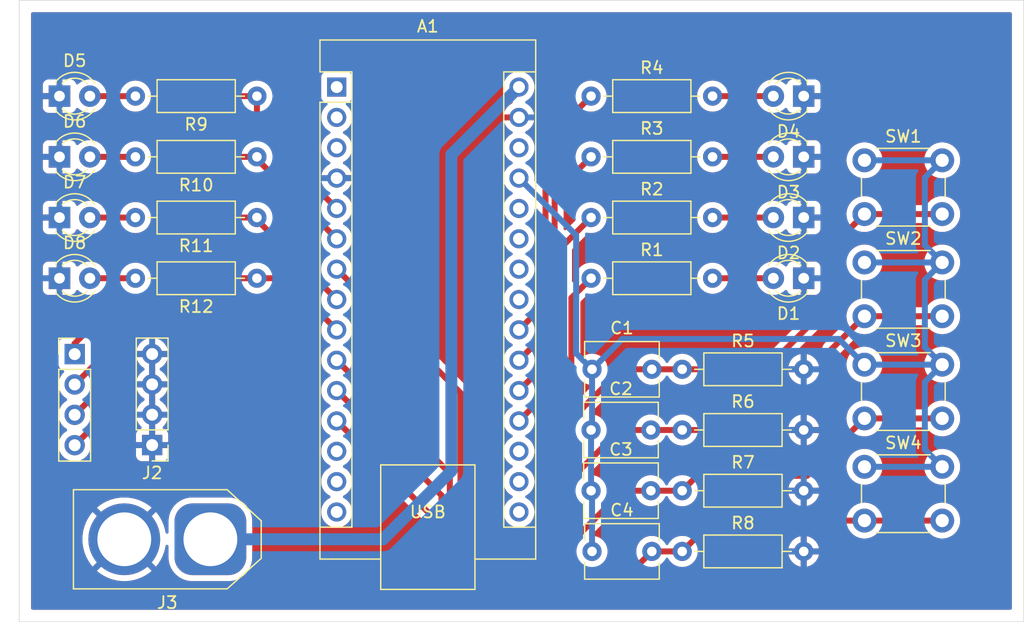
<source format=kicad_pcb>
(kicad_pcb (version 20240108) (generator "pcbnew") (generator_version "8.0")
  (layers (0 "F.Cu" signal) (31 "B.Cu" signal) (34 "B.Paste" user) (35 "F.Paste" user) (36 "B.SilkS" user "B.Silkscreen") (37 "F.SilkS" user "F.Silkscreen") (38 "B.Mask" user) (39 "F.Mask" user) (44 "Edge.Cuts" user))
  (net 0 "")
  (net 2 "GND")
  (net 4 "PWM-1")
  (net 8 "PWM-4")
  (net 9 "Net-(A1-A2)")
  (net 14 "Net-(A1-A3)")
  (net 16 "SW-1")
  (net 17 "SW-2")
  (net 19 "SW-3")
  (net 20 "PWM-3")
  (net 21 "PWM-2")
  (net 22 "+5V")
  (net 24 "+BATT")
  (net 26 "Net-(A1-A1)")
  (net 28 "SW-4")
  (net 29 "Net-(A1-A0)")
  (net 30 "Net-(D1-A)")
  (net 31 "Net-(D2-A)")
  (net 32 "Net-(D3-A)")
  (net 33 "Net-(D4-A)")
  (net 34 "Net-(D5-A)")
  (net 35 "Net-(D6-A)")
  (net 36 "Net-(D7-A)")
  (net 37 "Net-(D8-A)")
  (footprint "Connector_AMASS:AMASS_XT60-M_1x02_P7.20mm_Vertical" (layer "F.Cu") (at 51.987 70.104 180)
    (property "Reference" "J3" (at 3.6 -5.3 180) (layer "F.SilkS"))
    (property "Value" "Conn_01x02_Pin")
    (fp_line (start 11.45 4.15) (end 11.45 -4.15) (stroke (width 0.12)) (layer "F.SilkS"))
    (fp_line (start 11.45 -4.15) (end -1.4 -4.15) (stroke (width 0.12)) (layer "F.SilkS"))
    (fp_line (start -1.4 4.15) (end 11.45 4.15) (stroke (width 0.12)) (layer "F.SilkS"))
    (fp_line (start -1.4 -4.15) (end -4.25 -1.6) (stroke (width 0.12)) (layer "F.SilkS"))
    (fp_line (start -4.25 1.55) (end -1.4 4.15) (stroke (width 0.12)) (layer "F.SilkS"))
    (fp_line (start -4.25 -1.6) (end -4.25 1.55) (stroke (width 0.12)) (layer "F.SilkS"))
    (pad "1" thru_hole roundrect (at 0 0 180) (size 6 6) (drill 4.5) (layers "*.Cu" "*.Mask") (net 24 "+BATT"))
    (pad "2" thru_hole circle (at 7.2 0 180) (size 6 6) (drill 4.5) (layers "*.Cu" "*.Mask") (net 2 "GND"))
  )
  (footprint "LED_THT:LED_D3.0mm" (layer "F.Cu") (at 39.37 38.1)
    (property "Reference" "D6" (at 1.27 -2.96 360) (layer "F.SilkS"))
    (property "Value" "LED")
    (fp_line (start -0.29 -1.236) (end -0.29 -1.08) (stroke (width 0.12)) (layer "F.SilkS"))
    (fp_line (start -0.29 1.08) (end -0.29 1.236) (stroke (width 0.12)) (layer "F.SilkS"))
    (fp_arc (start -0.29 -1.235516) (mid 1.366487 -1.987659) (end 2.942335 -1.078608) (stroke (width 0.12)) (layer "F.SilkS"))
    (fp_arc (start 0.229039 -1.08) (mid 1.270117 -1.5) (end 2.31113 -1.079837) (stroke (width 0.12)) (layer "F.SilkS"))
    (fp_arc (start 2.31113 1.079837) (mid 1.270117 1.5) (end 0.229039 1.08) (stroke (width 0.12)) (layer "F.SilkS"))
    (fp_arc (start 2.942335 1.078608) (mid 1.366487 1.987659) (end -0.29 1.235516) (stroke (width 0.12)) (layer "F.SilkS"))
    (pad "1" thru_hole rect (at 0 0) (size 1.8 1.8) (drill 0.9) (layers "*.Cu" "*.Mask") (net 2 "GND"))
    (pad "2" thru_hole circle (at 2.54 0) (size 1.8 1.8) (drill 0.9) (layers "*.Cu" "*.Mask") (net 35 "Net-(D6-A)"))
  )
  (footprint "Capacitor_THT:C_Disc_D6.0mm_W4.4mm_P5.00mm" (layer "F.Cu") (at 83.9 55.88)
    (property "Reference" "C1" (at 2.5 -3.45 0) (layer "F.SilkS"))
    (property "Value" "C")
    (fp_line (start -0.62 -2.321) (end -0.62 -0.925) (stroke (width 0.12)) (layer "F.SilkS"))
    (fp_line (start -0.62 -2.321) (end 5.62 -2.321) (stroke (width 0.12)) (layer "F.SilkS"))
    (fp_line (start -0.62 0.925) (end -0.62 2.321) (stroke (width 0.12)) (layer "F.SilkS"))
    (fp_line (start -0.62 2.321) (end 5.62 2.321) (stroke (width 0.12)) (layer "F.SilkS"))
    (fp_line (start 5.62 -2.321) (end 5.62 -0.925) (stroke (width 0.12)) (layer "F.SilkS"))
    (fp_line (start 5.62 0.925) (end 5.62 2.321) (stroke (width 0.12)) (layer "F.SilkS"))
    (pad "1" thru_hole circle (at 0 0) (size 1.6 1.6) (drill 0.8) (layers "*.Cu" "*.Mask") (net 22 "+5V"))
    (pad "2" thru_hole circle (at 5 0) (size 1.6 1.6) (drill 0.8) (layers "*.Cu" "*.Mask") (net 16 "SW-1"))
  )
  (footprint "Capacitor_THT:C_Disc_D6.0mm_W4.4mm_P5.00mm" (layer "F.Cu") (at 83.9 71.12)
    (property "Reference" "C4" (at 2.5 -3.45 0) (layer "F.SilkS"))
    (property "Value" "C")
    (fp_line (start -0.62 -2.321) (end -0.62 -0.925) (stroke (width 0.12)) (layer "F.SilkS"))
    (fp_line (start -0.62 -2.321) (end 5.62 -2.321) (stroke (width 0.12)) (layer "F.SilkS"))
    (fp_line (start -0.62 0.925) (end -0.62 2.321) (stroke (width 0.12)) (layer "F.SilkS"))
    (fp_line (start -0.62 2.321) (end 5.62 2.321) (stroke (width 0.12)) (layer "F.SilkS"))
    (fp_line (start 5.62 -2.321) (end 5.62 -0.925) (stroke (width 0.12)) (layer "F.SilkS"))
    (fp_line (start 5.62 0.925) (end 5.62 2.321) (stroke (width 0.12)) (layer "F.SilkS"))
    (pad "1" thru_hole circle (at 0 0) (size 1.6 1.6) (drill 0.8) (layers "*.Cu" "*.Mask") (net 22 "+5V"))
    (pad "2" thru_hole circle (at 5 0) (size 1.6 1.6) (drill 0.8) (layers "*.Cu" "*.Mask") (net 28 "SW-4"))
  )
  (footprint "LED_THT:LED_D3.0mm" (layer "F.Cu") (at 39.37 33.02)
    (property "Reference" "D5" (at 1.27 -2.96 360) (layer "F.SilkS"))
    (property "Value" "LED")
    (fp_line (start -0.29 -1.236) (end -0.29 -1.08) (stroke (width 0.12)) (layer "F.SilkS"))
    (fp_line (start -0.29 1.08) (end -0.29 1.236) (stroke (width 0.12)) (layer "F.SilkS"))
    (fp_arc (start -0.29 -1.235516) (mid 1.366487 -1.987659) (end 2.942335 -1.078608) (stroke (width 0.12)) (layer "F.SilkS"))
    (fp_arc (start 0.229039 -1.08) (mid 1.270117 -1.5) (end 2.31113 -1.079837) (stroke (width 0.12)) (layer "F.SilkS"))
    (fp_arc (start 2.31113 1.079837) (mid 1.270117 1.5) (end 0.229039 1.08) (stroke (width 0.12)) (layer "F.SilkS"))
    (fp_arc (start 2.942335 1.078608) (mid 1.366487 1.987659) (end -0.29 1.235516) (stroke (width 0.12)) (layer "F.SilkS"))
    (pad "1" thru_hole rect (at 0 0) (size 1.8 1.8) (drill 0.9) (layers "*.Cu" "*.Mask") (net 2 "GND"))
    (pad "2" thru_hole circle (at 2.54 0) (size 1.8 1.8) (drill 0.9) (layers "*.Cu" "*.Mask") (net 34 "Net-(D5-A)"))
  )
  (footprint "Button_Switch_THT:SW_PUSH_6mm" (layer "F.Cu") (at 106.68 46.94)
    (property "Reference" "SW2" (at 3.25 -2 0) (layer "F.SilkS"))
    (property "Value" "SW_Push")
    (fp_line (start -0.25 1.5) (end -0.25 3) (stroke (width 0.12)) (layer "F.SilkS"))
    (fp_line (start 1 5.5) (end 5.5 5.5) (stroke (width 0.12)) (layer "F.SilkS"))
    (fp_line (start 5.5 -1) (end 1 -1) (stroke (width 0.12)) (layer "F.SilkS"))
    (fp_line (start 6.75 3) (end 6.75 1.5) (stroke (width 0.12)) (layer "F.SilkS"))
    (pad "1" thru_hole circle (at 0 0 90) (size 2 2) (drill 1.1) (layers "*.Cu" "*.Mask") (net 22 "+5V"))
    (pad "1" thru_hole circle (at 6.5 0 90) (size 2 2) (drill 1.1) (layers "*.Cu" "*.Mask") (net 22 "+5V"))
    (pad "2" thru_hole circle (at 0 4.5 90) (size 2 2) (drill 1.1) (layers "*.Cu" "*.Mask") (net 17 "SW-2"))
    (pad "2" thru_hole circle (at 6.5 4.5 90) (size 2 2) (drill 1.1) (layers "*.Cu" "*.Mask") (net 17 "SW-2"))
  )
  (footprint "Resistor_THT:R_Axial_DIN0207_L6.3mm_D2.5mm_P10.16mm_Horizontal" (layer "F.Cu") (at 91.44 66.04)
    (property "Reference" "R7" (at 5.08 -2.37 0) (layer "F.SilkS"))
    (property "Value" "R")
    (fp_line (start 1.04 0) (end 1.81 0) (stroke (width 0.12)) (layer "F.SilkS"))
    (fp_line (start 1.81 -1.37) (end 1.81 1.37) (stroke (width 0.12)) (layer "F.SilkS"))
    (fp_line (start 1.81 1.37) (end 8.35 1.37) (stroke (width 0.12)) (layer "F.SilkS"))
    (fp_line (start 8.35 -1.37) (end 1.81 -1.37) (stroke (width 0.12)) (layer "F.SilkS"))
    (fp_line (start 8.35 1.37) (end 8.35 -1.37) (stroke (width 0.12)) (layer "F.SilkS"))
    (fp_line (start 9.12 0) (end 8.35 0) (stroke (width 0.12)) (layer "F.SilkS"))
    (pad "1" thru_hole circle (at 0 0) (size 1.6 1.6) (drill 0.8) (layers "*.Cu" "*.Mask") (net 19 "SW-3"))
    (pad "2" thru_hole oval (at 10.16 0) (size 1.6 1.6) (drill 0.8) (layers "*.Cu" "*.Mask") (net 2 "GND"))
  )
  (footprint "Button_Switch_THT:SW_PUSH_6mm" (layer "F.Cu") (at 106.68 38.39)
    (property "Reference" "SW1" (at 3.25 -2 0) (layer "F.SilkS"))
    (property "Value" "SW_Push")
    (fp_line (start -0.25 1.5) (end -0.25 3) (stroke (width 0.12)) (layer "F.SilkS"))
    (fp_line (start 1 5.5) (end 5.5 5.5) (stroke (width 0.12)) (layer "F.SilkS"))
    (fp_line (start 5.5 -1) (end 1 -1) (stroke (width 0.12)) (layer "F.SilkS"))
    (fp_line (start 6.75 3) (end 6.75 1.5) (stroke (width 0.12)) (layer "F.SilkS"))
    (pad "1" thru_hole circle (at 0 0 90) (size 2 2) (drill 1.1) (layers "*.Cu" "*.Mask") (net 22 "+5V"))
    (pad "1" thru_hole circle (at 6.5 0 90) (size 2 2) (drill 1.1) (layers "*.Cu" "*.Mask") (net 22 "+5V"))
    (pad "2" thru_hole circle (at 0 4.5 90) (size 2 2) (drill 1.1) (layers "*.Cu" "*.Mask") (net 16 "SW-1"))
    (pad "2" thru_hole circle (at 6.5 4.5 90) (size 2 2) (drill 1.1) (layers "*.Cu" "*.Mask") (net 16 "SW-1"))
  )
  (footprint "Resistor_THT:R_Axial_DIN0207_L6.3mm_D2.5mm_P10.16mm_Horizontal" (layer "F.Cu") (at 55.88 33.02 180)
    (property "Reference" "R9" (at 5.08 -2.37 180) (layer "F.SilkS"))
    (property "Value" "R")
    (fp_line (start 9.12 0) (end 8.35 0) (stroke (width 0.12)) (layer "F.SilkS"))
    (fp_line (start 8.35 1.37) (end 8.35 -1.37) (stroke (width 0.12)) (layer "F.SilkS"))
    (fp_line (start 8.35 -1.37) (end 1.81 -1.37) (stroke (width 0.12)) (layer "F.SilkS"))
    (fp_line (start 1.81 1.37) (end 8.35 1.37) (stroke (width 0.12)) (layer "F.SilkS"))
    (fp_line (start 1.81 -1.37) (end 1.81 1.37) (stroke (width 0.12)) (layer "F.SilkS"))
    (fp_line (start 1.04 0) (end 1.81 0) (stroke (width 0.12)) (layer "F.SilkS"))
    (pad "1" thru_hole circle (at 0 0 180) (size 1.6 1.6) (drill 0.8) (layers "*.Cu" "*.Mask") (net 4 "PWM-1"))
    (pad "2" thru_hole oval (at 10.16 0 180) (size 1.6 1.6) (drill 0.8) (layers "*.Cu" "*.Mask") (net 34 "Net-(D5-A)"))
  )
  (footprint "Resistor_THT:R_Axial_DIN0207_L6.3mm_D2.5mm_P10.16mm_Horizontal" (layer "F.Cu") (at 55.88 43.18 180)
    (property "Reference" "R11" (at 5.08 -2.37 180) (layer "F.SilkS"))
    (property "Value" "R")
    (fp_line (start 9.12 0) (end 8.35 0) (stroke (width 0.12)) (layer "F.SilkS"))
    (fp_line (start 8.35 1.37) (end 8.35 -1.37) (stroke (width 0.12)) (layer "F.SilkS"))
    (fp_line (start 8.35 -1.37) (end 1.81 -1.37) (stroke (width 0.12)) (layer "F.SilkS"))
    (fp_line (start 1.81 1.37) (end 8.35 1.37) (stroke (width 0.12)) (layer "F.SilkS"))
    (fp_line (start 1.81 -1.37) (end 1.81 1.37) (stroke (width 0.12)) (layer "F.SilkS"))
    (fp_line (start 1.04 0) (end 1.81 0) (stroke (width 0.12)) (layer "F.SilkS"))
    (pad "1" thru_hole circle (at 0 0 180) (size 1.6 1.6) (drill 0.8) (layers "*.Cu" "*.Mask") (net 20 "PWM-3"))
    (pad "2" thru_hole oval (at 10.16 0 180) (size 1.6 1.6) (drill 0.8) (layers "*.Cu" "*.Mask") (net 36 "Net-(D7-A)"))
  )
  (footprint "Resistor_THT:R_Axial_DIN0207_L6.3mm_D2.5mm_P10.16mm_Horizontal" (layer "F.Cu") (at 83.82 33.02)
    (property "Reference" "R4" (at 5.08 -2.37 0) (layer "F.SilkS"))
    (property "Value" "R")
    (fp_line (start 1.04 0) (end 1.81 0) (stroke (width 0.12)) (layer "F.SilkS"))
    (fp_line (start 1.81 -1.37) (end 1.81 1.37) (stroke (width 0.12)) (layer "F.SilkS"))
    (fp_line (start 1.81 1.37) (end 8.35 1.37) (stroke (width 0.12)) (layer "F.SilkS"))
    (fp_line (start 8.35 -1.37) (end 1.81 -1.37) (stroke (width 0.12)) (layer "F.SilkS"))
    (fp_line (start 8.35 1.37) (end 8.35 -1.37) (stroke (width 0.12)) (layer "F.SilkS"))
    (fp_line (start 9.12 0) (end 8.35 0) (stroke (width 0.12)) (layer "F.SilkS"))
    (pad "1" thru_hole circle (at 0 0) (size 1.6 1.6) (drill 0.8) (layers "*.Cu" "*.Mask") (net 14 "Net-(A1-A3)"))
    (pad "2" thru_hole oval (at 10.16 0) (size 1.6 1.6) (drill 0.8) (layers "*.Cu" "*.Mask") (net 33 "Net-(D4-A)"))
  )
  (footprint "Connector_PinHeader_2.54mm:PinHeader_1x04_P2.54mm_Vertical" (layer "F.Cu") (at 47.117 62.22 180)
    (property "Reference" "J2" (at 0 -2.33 180) (layer "F.SilkS"))
    (property "Value" "Conn_01x04_Pin")
    (fp_line (start 1.33 1.27) (end 1.33 8.95) (stroke (width 0.12)) (layer "F.SilkS"))
    (fp_line (start -1.33 8.95) (end 1.33 8.95) (stroke (width 0.12)) (layer "F.SilkS"))
    (fp_line (start -1.33 1.27) (end 1.33 1.27) (stroke (width 0.12)) (layer "F.SilkS"))
    (fp_line (start -1.33 1.27) (end -1.33 8.95) (stroke (width 0.12)) (layer "F.SilkS"))
    (fp_line (start -1.33 0) (end -1.33 -1.33) (stroke (width 0.12)) (layer "F.SilkS"))
    (fp_line (start -1.33 -1.33) (end 0 -1.33) (stroke (width 0.12)) (layer "F.SilkS"))
    (pad "1" thru_hole rect (at 0 0 180) (size 1.7 1.7) (drill 1) (layers "*.Cu" "*.Mask") (net 2 "GND"))
    (pad "2" thru_hole oval (at 0 2.54 180) (size 1.7 1.7) (drill 1) (layers "*.Cu" "*.Mask") (net 2 "GND"))
    (pad "3" thru_hole oval (at 0 5.08 180) (size 1.7 1.7) (drill 1) (layers "*.Cu" "*.Mask") (net 2 "GND"))
    (pad "4" thru_hole oval (at 0 7.62 180) (size 1.7 1.7) (drill 1) (layers "*.Cu" "*.Mask") (net 2 "GND"))
  )
  (footprint "Resistor_THT:R_Axial_DIN0207_L6.3mm_D2.5mm_P10.16mm_Horizontal" (layer "F.Cu") (at 91.44 71.12)
    (property "Reference" "R8" (at 5.08 -2.37 0) (layer "F.SilkS"))
    (property "Value" "R")
    (fp_line (start 1.04 0) (end 1.81 0) (stroke (width 0.12)) (layer "F.SilkS"))
    (fp_line (start 1.81 -1.37) (end 1.81 1.37) (stroke (width 0.12)) (layer "F.SilkS"))
    (fp_line (start 1.81 1.37) (end 8.35 1.37) (stroke (width 0.12)) (layer "F.SilkS"))
    (fp_line (start 8.35 -1.37) (end 1.81 -1.37) (stroke (width 0.12)) (layer "F.SilkS"))
    (fp_line (start 8.35 1.37) (end 8.35 -1.37) (stroke (width 0.12)) (layer "F.SilkS"))
    (fp_line (start 9.12 0) (end 8.35 0) (stroke (width 0.12)) (layer "F.SilkS"))
    (pad "1" thru_hole circle (at 0 0) (size 1.6 1.6) (drill 0.8) (layers "*.Cu" "*.Mask") (net 28 "SW-4"))
    (pad "2" thru_hole oval (at 10.16 0) (size 1.6 1.6) (drill 0.8) (layers "*.Cu" "*.Mask") (net 2 "GND"))
  )
  (footprint "Resistor_THT:R_Axial_DIN0207_L6.3mm_D2.5mm_P10.16mm_Horizontal" (layer "F.Cu") (at 55.88 48.26 180)
    (property "Reference" "R12" (at 5.08 -2.37 180) (layer "F.SilkS"))
    (property "Value" "R")
    (fp_line (start 9.12 0) (end 8.35 0) (stroke (width 0.12)) (layer "F.SilkS"))
    (fp_line (start 8.35 1.37) (end 8.35 -1.37) (stroke (width 0.12)) (layer "F.SilkS"))
    (fp_line (start 8.35 -1.37) (end 1.81 -1.37) (stroke (width 0.12)) (layer "F.SilkS"))
    (fp_line (start 1.81 1.37) (end 8.35 1.37) (stroke (width 0.12)) (layer "F.SilkS"))
    (fp_line (start 1.81 -1.37) (end 1.81 1.37) (stroke (width 0.12)) (layer "F.SilkS"))
    (fp_line (start 1.04 0) (end 1.81 0) (stroke (width 0.12)) (layer "F.SilkS"))
    (pad "1" thru_hole circle (at 0 0 180) (size 1.6 1.6) (drill 0.8) (layers "*.Cu" "*.Mask") (net 8 "PWM-4"))
    (pad "2" thru_hole oval (at 10.16 0 180) (size 1.6 1.6) (drill 0.8) (layers "*.Cu" "*.Mask") (net 37 "Net-(D8-A)"))
  )
  (footprint "Resistor_THT:R_Axial_DIN0207_L6.3mm_D2.5mm_P10.16mm_Horizontal" (layer "F.Cu") (at 83.82 48.26)
    (property "Reference" "R1" (at 5.08 -2.37 0) (layer "F.SilkS"))
    (property "Value" "R")
    (fp_line (start 1.04 0) (end 1.81 0) (stroke (width 0.12)) (layer "F.SilkS"))
    (fp_line (start 1.81 -1.37) (end 1.81 1.37) (stroke (width 0.12)) (layer "F.SilkS"))
    (fp_line (start 1.81 1.37) (end 8.35 1.37) (stroke (width 0.12)) (layer "F.SilkS"))
    (fp_line (start 8.35 -1.37) (end 1.81 -1.37) (stroke (width 0.12)) (layer "F.SilkS"))
    (fp_line (start 8.35 1.37) (end 8.35 -1.37) (stroke (width 0.12)) (layer "F.SilkS"))
    (fp_line (start 9.12 0) (end 8.35 0) (stroke (width 0.12)) (layer "F.SilkS"))
    (pad "1" thru_hole circle (at 0 0) (size 1.6 1.6) (drill 0.8) (layers "*.Cu" "*.Mask") (net 29 "Net-(A1-A0)"))
    (pad "2" thru_hole oval (at 10.16 0) (size 1.6 1.6) (drill 0.8) (layers "*.Cu" "*.Mask") (net 30 "Net-(D1-A)"))
  )
  (footprint "Module:Arduino_Nano" (layer "F.Cu") (at 62.55 32.26)
    (property "Reference" "A1" (at 7.62 -5.08 0) (layer "F.SilkS"))
    (property "Value" "Arduino_Nano_Every")
    (fp_line (start -1.4 -3.94) (end -1.4 -1.27) (stroke (width 0.12)) (layer "F.SilkS"))
    (fp_line (start -1.4 1.27) (end -1.4 39.5) (stroke (width 0.12)) (layer "F.SilkS"))
    (fp_line (start -1.4 39.5) (end 3.68 39.5) (stroke (width 0.12)) (layer "F.SilkS"))
    (fp_line (start 1.27 -1.27) (end -1.4 -1.27) (stroke (width 0.12)) (layer "F.SilkS"))
    (fp_line (start 1.27 1.27) (end -1.4 1.27) (stroke (width 0.12)) (layer "F.SilkS"))
    (fp_line (start 1.27 1.27) (end 1.27 -1.27) (stroke (width 0.12)) (layer "F.SilkS"))
    (fp_line (start 1.27 1.27) (end 1.27 36.83) (stroke (width 0.12)) (layer "F.SilkS"))
    (fp_line (start 1.27 36.83) (end -1.4 36.83) (stroke (width 0.12)) (layer "F.SilkS"))
    (fp_line (start 3.68 31.62) (end 11.56 31.62) (stroke (width 0.12)) (layer "F.SilkS"))
    (fp_line (start 3.68 42.04) (end 3.68 31.62) (stroke (width 0.12)) (layer "F.SilkS"))
    (fp_line (start 11.56 31.62) (end 11.56 42.04) (stroke (width 0.12)) (layer "F.SilkS"))
    (fp_line (start 11.56 42.04) (end 3.68 42.04) (stroke (width 0.12)) (layer "F.SilkS"))
    (fp_line (start 13.97 -1.27) (end 13.97 36.83) (stroke (width 0.12)) (layer "F.SilkS"))
    (fp_line (start 13.97 -1.27) (end 16.64 -1.27) (stroke (width 0.12)) (layer "F.SilkS"))
    (fp_line (start 13.97 36.83) (end 16.64 36.83) (stroke (width 0.12)) (layer "F.SilkS"))
    (fp_line (start 16.64 -3.94) (end -1.4 -3.94) (stroke (width 0.12)) (layer "F.SilkS"))
    (fp_line (start 16.64 39.5) (end 11.56 39.5) (stroke (width 0.12)) (layer "F.SilkS"))
    (fp_line (start 16.64 39.5) (end 16.64 -3.94) (stroke (width 0.12)) (layer "F.SilkS"))
    (fp_text user "USB" (at 7.62 35.56 0) (layer "F.SilkS"))
    (pad "1" thru_hole rect (at 0 0) (size 1.6 1.6) (drill 1) (layers "*.Cu" "*.Mask"))
    (pad "2" thru_hole oval (at 0 2.54) (size 1.6 1.6) (drill 1) (layers "*.Cu" "*.Mask"))
    (pad "3" thru_hole oval (at 0 5.08) (size 1.6 1.6) (drill 1) (layers "*.Cu" "*.Mask"))
    (pad "4" thru_hole oval (at 0 7.62) (size 1.6 1.6) (drill 1) (layers "*.Cu" "*.Mask") (net 2 "GND"))
    (pad "5" thru_hole oval (at 0 10.16) (size 1.6 1.6) (drill 1) (layers "*.Cu" "*.Mask") (net 4 "PWM-1"))
    (pad "6" thru_hole oval (at 0 12.7) (size 1.6 1.6) (drill 1) (layers "*.Cu" "*.Mask") (net 21 "PWM-2"))
    (pad "7" thru_hole oval (at 0 15.24) (size 1.6 1.6) (drill 1) (layers "*.Cu" "*.Mask") (net 16 "SW-1"))
    (pad "8" thru_hole oval (at 0 17.78) (size 1.6 1.6) (drill 1) (layers "*.Cu" "*.Mask") (net 20 "PWM-3"))
    (pad "9" thru_hole oval (at 0 20.32) (size 1.6 1.6) (drill 1) (layers "*.Cu" "*.Mask") (net 8 "PWM-4"))
    (pad "10" thru_hole oval (at 0 22.86) (size 1.6 1.6) (drill 1) (layers "*.Cu" "*.Mask") (net 17 "SW-2"))
    (pad "11" thru_hole oval (at 0 25.4) (size 1.6 1.6) (drill 1) (layers "*.Cu" "*.Mask") (net 19 "SW-3"))
    (pad "12" thru_hole oval (at 0 27.94) (size 1.6 1.6) (drill 1) (layers "*.Cu" "*.Mask") (net 28 "SW-4"))
    (pad "13" thru_hole oval (at 0 30.48) (size 1.6 1.6) (drill 1) (layers "*.Cu" "*.Mask"))
    (pad "14" thru_hole oval (at 0 33.02) (size 1.6 1.6) (drill 1) (layers "*.Cu" "*.Mask"))
    (pad "15" thru_hole oval (at 0 35.56) (size 1.6 1.6) (drill 1) (layers "*.Cu" "*.Mask"))
    (pad "16" thru_hole oval (at 15.24 35.56) (size 1.6 1.6) (drill 1) (layers "*.Cu" "*.Mask"))
    (pad "17" thru_hole oval (at 15.24 33.02) (size 1.6 1.6) (drill 1) (layers "*.Cu" "*.Mask"))
    (pad "18" thru_hole oval (at 15.24 30.48) (size 1.6 1.6) (drill 1) (layers "*.Cu" "*.Mask"))
    (pad "19" thru_hole oval (at 15.24 27.94) (size 1.6 1.6) (drill 1) (layers "*.Cu" "*.Mask") (net 29 "Net-(A1-A0)"))
    (pad "20" thru_hole oval (at 15.24 25.4) (size 1.6 1.6) (drill 1) (layers "*.Cu" "*.Mask") (net 26 "Net-(A1-A1)"))
    (pad "21" thru_hole oval (at 15.24 22.86) (size 1.6 1.6) (drill 1) (layers "*.Cu" "*.Mask") (net 9 "Net-(A1-A2)"))
    (pad "22" thru_hole oval (at 15.24 20.32) (size 1.6 1.6) (drill 1) (layers "*.Cu" "*.Mask") (net 14 "Net-(A1-A3)"))
    (pad "23" thru_hole oval (at 15.24 17.78) (size 1.6 1.6) (drill 1) (layers "*.Cu" "*.Mask"))
    (pad "24" thru_hole oval (at 15.24 15.24) (size 1.6 1.6) (drill 1) (layers "*.Cu" "*.Mask"))
    (pad "25" thru_hole oval (at 15.24 12.7) (size 1.6 1.6) (drill 1) (layers "*.Cu" "*.Mask"))
    (pad "26" thru_hole oval (at 15.24 10.16) (size 1.6 1.6) (drill 1) (layers "*.Cu" "*.Mask"))
    (pad "27" thru_hole oval (at 15.24 7.62) (size 1.6 1.6) (drill 1) (layers "*.Cu" "*.Mask") (net 22 "+5V"))
    (pad "28" thru_hole oval (at 15.24 5.08) (size 1.6 1.6) (drill 1) (layers "*.Cu" "*.Mask"))
    (pad "29" thru_hole oval (at 15.24 2.54) (size 1.6 1.6) (drill 1) (layers "*.Cu" "*.Mask") (net 2 "GND"))
    (pad "30" thru_hole oval (at 15.24 0) (size 1.6 1.6) (drill 1) (layers "*.Cu" "*.Mask") (net 24 "+BATT"))
  )
  (footprint "LED_THT:LED_D3.0mm" (layer "F.Cu") (at 101.6 48.26 180)
    (property "Reference" "D1" (at 1.27 -2.96 180) (layer "F.SilkS"))
    (property "Value" "LED")
    (fp_line (start -0.29 1.08) (end -0.29 1.236) (stroke (width 0.12)) (layer "F.SilkS"))
    (fp_line (start -0.29 -1.236) (end -0.29 -1.08) (stroke (width 0.12)) (layer "F.SilkS"))
    (fp_arc (start 2.942335 1.078608) (mid 1.366487 1.987659) (end -0.29 1.235516) (stroke (width 0.12)) (layer "F.SilkS"))
    (fp_arc (start 2.31113 1.079837) (mid 1.270117 1.5) (end 0.229039 1.08) (stroke (width 0.12)) (layer "F.SilkS"))
    (fp_arc (start 0.229039 -1.08) (mid 1.270117 -1.5) (end 2.31113 -1.079837) (stroke (width 0.12)) (layer "F.SilkS"))
    (fp_arc (start -0.29 -1.235516) (mid 1.366487 -1.987659) (end 2.942335 -1.078608) (stroke (width 0.12)) (layer "F.SilkS"))
    (pad "1" thru_hole rect (at 0 0 180) (size 1.8 1.8) (drill 0.9) (layers "*.Cu" "*.Mask") (net 2 "GND"))
    (pad "2" thru_hole circle (at 2.54 0 180) (size 1.8 1.8) (drill 0.9) (layers "*.Cu" "*.Mask") (net 30 "Net-(D1-A)"))
  )
  (footprint "Resistor_THT:R_Axial_DIN0207_L6.3mm_D2.5mm_P10.16mm_Horizontal" (layer "F.Cu") (at 83.82 43.18)
    (property "Reference" "R2" (at 5.08 -2.37 0) (layer "F.SilkS"))
    (property "Value" "R")
    (fp_line (start 1.04 0) (end 1.81 0) (stroke (width 0.12)) (layer "F.SilkS"))
    (fp_line (start 1.81 -1.37) (end 1.81 1.37) (stroke (width 0.12)) (layer "F.SilkS"))
    (fp_line (start 1.81 1.37) (end 8.35 1.37) (stroke (width 0.12)) (layer "F.SilkS"))
    (fp_line (start 8.35 -1.37) (end 1.81 -1.37) (stroke (width 0.12)) (layer "F.SilkS"))
    (fp_line (start 8.35 1.37) (end 8.35 -1.37) (stroke (width 0.12)) (layer "F.SilkS"))
    (fp_line (start 9.12 0) (end 8.35 0) (stroke (width 0.12)) (layer "F.SilkS"))
    (pad "1" thru_hole circle (at 0 0) (size 1.6 1.6) (drill 0.8) (layers "*.Cu" "*.Mask") (net 26 "Net-(A1-A1)"))
    (pad "2" thru_hole oval (at 10.16 0) (size 1.6 1.6) (drill 0.8) (layers "*.Cu" "*.Mask") (net 31 "Net-(D2-A)"))
  )
  (footprint "LED_THT:LED_D3.0mm" (layer "F.Cu") (at 101.6 38.1 180)
    (property "Reference" "D3" (at 1.27 -2.96 180) (layer "F.SilkS"))
    (property "Value" "LED")
    (fp_line (start -0.29 1.08) (end -0.29 1.236) (stroke (width 0.12)) (layer "F.SilkS"))
    (fp_line (start -0.29 -1.236) (end -0.29 -1.08) (stroke (width 0.12)) (layer "F.SilkS"))
    (fp_arc (start 2.942335 1.078608) (mid 1.366487 1.987659) (end -0.29 1.235516) (stroke (width 0.12)) (layer "F.SilkS"))
    (fp_arc (start 2.31113 1.079837) (mid 1.270117 1.5) (end 0.229039 1.08) (stroke (width 0.12)) (layer "F.SilkS"))
    (fp_arc (start 0.229039 -1.08) (mid 1.270117 -1.5) (end 2.31113 -1.079837) (stroke (width 0.12)) (layer "F.SilkS"))
    (fp_arc (start -0.29 -1.235516) (mid 1.366487 -1.987659) (end 2.942335 -1.078608) (stroke (width 0.12)) (layer "F.SilkS"))
    (pad "1" thru_hole rect (at 0 0 180) (size 1.8 1.8) (drill 0.9) (layers "*.Cu" "*.Mask") (net 2 "GND"))
    (pad "2" thru_hole circle (at 2.54 0 180) (size 1.8 1.8) (drill 0.9) (layers "*.Cu" "*.Mask") (net 32 "Net-(D3-A)"))
  )
  (footprint "Resistor_THT:R_Axial_DIN0207_L6.3mm_D2.5mm_P10.16mm_Horizontal" (layer "F.Cu") (at 91.44 55.88)
    (property "Reference" "R5" (at 5.08 -2.37 0) (layer "F.SilkS"))
    (property "Value" "R")
    (fp_line (start 1.04 0) (end 1.81 0) (stroke (width 0.12)) (layer "F.SilkS"))
    (fp_line (start 1.81 -1.37) (end 1.81 1.37) (stroke (width 0.12)) (layer "F.SilkS"))
    (fp_line (start 1.81 1.37) (end 8.35 1.37) (stroke (width 0.12)) (layer "F.SilkS"))
    (fp_line (start 8.35 -1.37) (end 1.81 -1.37) (stroke (width 0.12)) (layer "F.SilkS"))
    (fp_line (start 8.35 1.37) (end 8.35 -1.37) (stroke (width 0.12)) (layer "F.SilkS"))
    (fp_line (start 9.12 0) (end 8.35 0) (stroke (width 0.12)) (layer "F.SilkS"))
    (pad "1" thru_hole circle (at 0 0) (size 1.6 1.6) (drill 0.8) (layers "*.Cu" "*.Mask") (net 16 "SW-1"))
    (pad "2" thru_hole oval (at 10.16 0) (size 1.6 1.6) (drill 0.8) (layers "*.Cu" "*.Mask") (net 2 "GND"))
  )
  (footprint "Button_Switch_THT:SW_PUSH_6mm" (layer "F.Cu") (at 106.68 55.49)
    (property "Reference" "SW3" (at 3.25 -2 0) (layer "F.SilkS"))
    (property "Value" "SW_Push")
    (fp_line (start -0.25 1.5) (end -0.25 3) (stroke (width 0.12)) (layer "F.SilkS"))
    (fp_line (start 1 5.5) (end 5.5 5.5) (stroke (width 0.12)) (layer "F.SilkS"))
    (fp_line (start 5.5 -1) (end 1 -1) (stroke (width 0.12)) (layer "F.SilkS"))
    (fp_line (start 6.75 3) (end 6.75 1.5) (stroke (width 0.12)) (layer "F.SilkS"))
    (pad "1" thru_hole circle (at 0 0 90) (size 2 2) (drill 1.1) (layers "*.Cu" "*.Mask") (net 22 "+5V"))
    (pad "1" thru_hole circle (at 6.5 0 90) (size 2 2) (drill 1.1) (layers "*.Cu" "*.Mask") (net 22 "+5V"))
    (pad "2" thru_hole circle (at 0 4.5 90) (size 2 2) (drill 1.1) (layers "*.Cu" "*.Mask") (net 19 "SW-3"))
    (pad "2" thru_hole circle (at 6.5 4.5 90) (size 2 2) (drill 1.1) (layers "*.Cu" "*.Mask") (net 19 "SW-3"))
  )
  (footprint "LED_THT:LED_D3.0mm" (layer "F.Cu") (at 39.37 43.18)
    (property "Reference" "D7" (at 1.27 -2.96 360) (layer "F.SilkS"))
    (property "Value" "LED")
    (fp_line (start -0.29 -1.236) (end -0.29 -1.08) (stroke (width 0.12)) (layer "F.SilkS"))
    (fp_line (start -0.29 1.08) (end -0.29 1.236) (stroke (width 0.12)) (layer "F.SilkS"))
    (fp_arc (start -0.29 -1.235516) (mid 1.366487 -1.987659) (end 2.942335 -1.078608) (stroke (width 0.12)) (layer "F.SilkS"))
    (fp_arc (start 0.229039 -1.08) (mid 1.270117 -1.5) (end 2.31113 -1.079837) (stroke (width 0.12)) (layer "F.SilkS"))
    (fp_arc (start 2.31113 1.079837) (mid 1.270117 1.5) (end 0.229039 1.08) (stroke (width 0.12)) (layer "F.SilkS"))
    (fp_arc (start 2.942335 1.078608) (mid 1.366487 1.987659) (end -0.29 1.235516) (stroke (width 0.12)) (layer "F.SilkS"))
    (pad "1" thru_hole rect (at 0 0) (size 1.8 1.8) (drill 0.9) (layers "*.Cu" "*.Mask") (net 2 "GND"))
    (pad "2" thru_hole circle (at 2.54 0) (size 1.8 1.8) (drill 0.9) (layers "*.Cu" "*.Mask") (net 36 "Net-(D7-A)"))
  )
  (footprint "LED_THT:LED_D3.0mm" (layer "F.Cu") (at 39.37 48.26)
    (property "Reference" "D8" (at 1.27 -2.96 360) (layer "F.SilkS"))
    (property "Value" "LED")
    (fp_line (start -0.29 -1.236) (end -0.29 -1.08) (stroke (width 0.12)) (layer "F.SilkS"))
    (fp_line (start -0.29 1.08) (end -0.29 1.236) (stroke (width 0.12)) (layer "F.SilkS"))
    (fp_arc (start -0.29 -1.235516) (mid 1.366487 -1.987659) (end 2.942335 -1.078608) (stroke (width 0.12)) (layer "F.SilkS"))
    (fp_arc (start 0.229039 -1.08) (mid 1.270117 -1.5) (end 2.31113 -1.079837) (stroke (width 0.12)) (layer "F.SilkS"))
    (fp_arc (start 2.31113 1.079837) (mid 1.270117 1.5) (end 0.229039 1.08) (stroke (width 0.12)) (layer "F.SilkS"))
    (fp_arc (start 2.942335 1.078608) (mid 1.366487 1.987659) (end -0.29 1.235516) (stroke (width 0.12)) (layer "F.SilkS"))
    (pad "1" thru_hole rect (at 0 0) (size 1.8 1.8) (drill 0.9) (layers "*.Cu" "*.Mask") (net 2 "GND"))
    (pad "2" thru_hole circle (at 2.54 0) (size 1.8 1.8) (drill 0.9) (layers "*.Cu" "*.Mask") (net 37 "Net-(D8-A)"))
  )
  (footprint "Capacitor_THT:C_Disc_D6.0mm_W4.4mm_P5.00mm" (layer "F.Cu") (at 83.82 66.04)
    (property "Reference" "C3" (at 2.5 -3.45 0) (layer "F.SilkS"))
    (property "Value" "C")
    (fp_line (start -0.62 -2.321) (end -0.62 -0.925) (stroke (width 0.12)) (layer "F.SilkS"))
    (fp_line (start -0.62 -2.321) (end 5.62 -2.321) (stroke (width 0.12)) (layer "F.SilkS"))
    (fp_line (start -0.62 0.925) (end -0.62 2.321) (stroke (width 0.12)) (layer "F.SilkS"))
    (fp_line (start -0.62 2.321) (end 5.62 2.321) (stroke (width 0.12)) (layer "F.SilkS"))
    (fp_line (start 5.62 -2.321) (end 5.62 -0.925) (stroke (width 0.12)) (layer "F.SilkS"))
    (fp_line (start 5.62 0.925) (end 5.62 2.321) (stroke (width 0.12)) (layer "F.SilkS"))
    (pad "1" thru_hole circle (at 0 0) (size 1.6 1.6) (drill 0.8) (layers "*.Cu" "*.Mask") (net 22 "+5V"))
    (pad "2" thru_hole circle (at 5 0) (size 1.6 1.6) (drill 0.8) (layers "*.Cu" "*.Mask") (net 19 "SW-3"))
  )
  (footprint "Resistor_THT:R_Axial_DIN0207_L6.3mm_D2.5mm_P10.16mm_Horizontal" (layer "F.Cu") (at 83.82 38.1)
    (property "Reference" "R3" (at 5.08 -2.37 0) (layer "F.SilkS"))
    (property "Value" "R")
    (fp_line (start 1.04 0) (end 1.81 0) (stroke (width 0.12)) (layer "F.SilkS"))
    (fp_line (start 1.81 -1.37) (end 1.81 1.37) (stroke (width 0.12)) (layer "F.SilkS"))
    (fp_line (start 1.81 1.37) (end 8.35 1.37) (stroke (width 0.12)) (layer "F.SilkS"))
    (fp_line (start 8.35 -1.37) (end 1.81 -1.37) (stroke (width 0.12)) (layer "F.SilkS"))
    (fp_line (start 8.35 1.37) (end 8.35 -1.37) (stroke (width 0.12)) (layer "F.SilkS"))
    (fp_line (start 9.12 0) (end 8.35 0) (stroke (width 0.12)) (layer "F.SilkS"))
    (pad "1" thru_hole circle (at 0 0) (size 1.6 1.6) (drill 0.8) (layers "*.Cu" "*.Mask") (net 9 "Net-(A1-A2)"))
    (pad "2" thru_hole oval (at 10.16 0) (size 1.6 1.6) (drill 0.8) (layers "*.Cu" "*.Mask") (net 32 "Net-(D3-A)"))
  )
  (footprint "Button_Switch_THT:SW_PUSH_6mm" (layer "F.Cu") (at 106.68 64.04)
    (property "Reference" "SW4" (at 3.25 -2 0) (layer "F.SilkS"))
    (property "Value" "SW_Push")
    (fp_line (start -0.25 1.5) (end -0.25 3) (stroke (width 0.12)) (layer "F.SilkS"))
    (fp_line (start 1 5.5) (end 5.5 5.5) (stroke (width 0.12)) (layer "F.SilkS"))
    (fp_line (start 5.5 -1) (end 1 -1) (stroke (width 0.12)) (layer "F.SilkS"))
    (fp_line (start 6.75 3) (end 6.75 1.5) (stroke (width 0.12)) (layer "F.SilkS"))
    (pad "1" thru_hole circle (at 0 0 90) (size 2 2) (drill 1.1) (layers "*.Cu" "*.Mask") (net 22 "+5V"))
    (pad "1" thru_hole circle (at 6.5 0 90) (size 2 2) (drill 1.1) (layers "*.Cu" "*.Mask") (net 22 "+5V"))
    (pad "2" thru_hole circle (at 0 4.5 90) (size 2 2) (drill 1.1) (layers "*.Cu" "*.Mask") (net 28 "SW-4"))
    (pad "2" thru_hole circle (at 6.5 4.5 90) (size 2 2) (drill 1.1) (layers "*.Cu" "*.Mask") (net 28 "SW-4"))
  )
  (footprint "Capacitor_THT:C_Disc_D6.0mm_W4.4mm_P5.00mm" (layer "F.Cu") (at 83.82 60.96)
    (property "Reference" "C2" (at 2.5 -3.45 0) (layer "F.SilkS"))
    (property "Value" "C")
    (fp_line (start -0.62 -2.321) (end -0.62 -0.925) (stroke (width 0.12)) (layer "F.SilkS"))
    (fp_line (start -0.62 -2.321) (end 5.62 -2.321) (stroke (width 0.12)) (layer "F.SilkS"))
    (fp_line (start -0.62 0.925) (end -0.62 2.321) (stroke (width 0.12)) (layer "F.SilkS"))
    (fp_line (start -0.62 2.321) (end 5.62 2.321) (stroke (width 0.12)) (layer "F.SilkS"))
    (fp_line (start 5.62 -2.321) (end 5.62 -0.925) (stroke (width 0.12)) (layer "F.SilkS"))
    (fp_line (start 5.62 0.925) (end 5.62 2.321) (stroke (width 0.12)) (layer "F.SilkS"))
    (pad "1" thru_hole circle (at 0 0) (size 1.6 1.6) (drill 0.8) (layers "*.Cu" "*.Mask") (net 22 "+5V"))
    (pad "2" thru_hole circle (at 5 0) (size 1.6 1.6) (drill 0.8) (layers "*.Cu" "*.Mask") (net 17 "SW-2"))
  )
  (footprint "Resistor_THT:R_Axial_DIN0207_L6.3mm_D2.5mm_P10.16mm_Horizontal" (layer "F.Cu") (at 91.44 60.96)
    (property "Reference" "R6" (at 5.08 -2.37 0) (layer "F.SilkS"))
    (property "Value" "R")
    (fp_line (start 1.04 0) (end 1.81 0) (stroke (width 0.12)) (layer "F.SilkS"))
    (fp_line (start 1.81 -1.37) (end 1.81 1.37) (stroke (width 0.12)) (layer "F.SilkS"))
    (fp_line (start 1.81 1.37) (end 8.35 1.37) (stroke (width 0.12)) (layer "F.SilkS"))
    (fp_line (start 8.35 -1.37) (end 1.81 -1.37) (stroke (width 0.12)) (layer "F.SilkS"))
    (fp_line (start 8.35 1.37) (end 8.35 -1.37) (stroke (width 0.12)) (layer "F.SilkS"))
    (fp_line (start 9.12 0) (end 8.35 0) (stroke (width 0.12)) (layer "F.SilkS"))
    (pad "1" thru_hole circle (at 0 0) (size 1.6 1.6) (drill 0.8) (layers "*.Cu" "*.Mask") (net 17 "SW-2"))
    (pad "2" thru_hole oval (at 10.16 0) (size 1.6 1.6) (drill 0.8) (layers "*.Cu" "*.Mask") (net 2 "GND"))
  )
  (footprint "Connector_PinHeader_2.54mm:PinHeader_1x04_P2.54mm_Vertical" (layer "F.Cu") (at 40.64 54.61)
    (property "Reference" "J1" (hide yes))
    (property "Value" "Conn_01x04_Pin")
    (fp_line (start -1.33 -1.33) (end 0 -1.33) (stroke (width 0.12)) (layer "F.SilkS"))
    (fp_line (start -1.33 0) (end -1.33 -1.33) (stroke (width 0.12)) (layer "F.SilkS"))
    (fp_line (start -1.33 1.27) (end -1.33 8.95) (stroke (width 0.12)) (layer "F.SilkS"))
    (fp_line (start -1.33 1.27) (end 1.33 1.27) (stroke (width 0.12)) (layer "F.SilkS"))
    (fp_line (start -1.33 8.95) (end 1.33 8.95) (stroke (width 0.12)) (layer "F.SilkS"))
    (fp_line (start 1.33 1.27) (end 1.33 8.95) (stroke (width 0.12)) (layer "F.SilkS"))
    (pad "1" thru_hole rect (at 0 0) (size 1.7 1.7) (drill 1) (layers "*.Cu" "*.Mask") (net 4 "PWM-1"))
    (pad "2" thru_hole oval (at 0 2.54) (size 1.7 1.7) (drill 1) (layers "*.Cu" "*.Mask") (net 21 "PWM-2"))
    (pad "3" thru_hole oval (at 0 5.08) (size 1.7 1.7) (drill 1) (layers "*.Cu" "*.Mask") (net 20 "PWM-3"))
    (pad "4" thru_hole oval (at 0 7.62) (size 1.7 1.7) (drill 1) (layers "*.Cu" "*.Mask") (net 8 "PWM-4"))
  )
  (footprint "LED_THT:LED_D3.0mm" (layer "F.Cu") (at 101.6 43.18 180)
    (property "Reference" "D2" (at 1.27 -2.96 180) (layer "F.SilkS"))
    (property "Value" "LED")
    (fp_line (start -0.29 1.08) (end -0.29 1.236) (stroke (width 0.12)) (layer "F.SilkS"))
    (fp_line (start -0.29 -1.236) (end -0.29 -1.08) (stroke (width 0.12)) (layer "F.SilkS"))
    (fp_arc (start 2.942335 1.078608) (mid 1.366487 1.987659) (end -0.29 1.235516) (stroke (width 0.12)) (layer "F.SilkS"))
    (fp_arc (start 2.31113 1.079837) (mid 1.270117 1.5) (end 0.229039 1.08) (stroke (width 0.12)) (layer "F.SilkS"))
    (fp_arc (start 0.229039 -1.08) (mid 1.270117 -1.5) (end 2.31113 -1.079837) (stroke (width 0.12)) (layer "F.SilkS"))
    (fp_arc (start -0.29 -1.235516) (mid 1.366487 -1.987659) (end 2.942335 -1.078608) (stroke (width 0.12)) (layer "F.SilkS"))
    (pad "1" thru_hole rect (at 0 0 180) (size 1.8 1.8) (drill 0.9) (layers "*.Cu" "*.Mask") (net 2 "GND"))
    (pad "2" thru_hole circle (at 2.54 0 180) (size 1.8 1.8) (drill 0.9) (layers "*.Cu" "*.Mask") (net 31 "Net-(D2-A)"))
  )
  (footprint "Resistor_THT:R_Axial_DIN0207_L6.3mm_D2.5mm_P10.16mm_Horizontal" (layer "F.Cu") (at 55.88 38.1 180)
    (property "Reference" "R10" (at 5.08 -2.37 180) (layer "F.SilkS"))
    (property "Value" "R")
    (fp_line (start 9.12 0) (end 8.35 0) (stroke (width 0.12)) (layer "F.SilkS"))
    (fp_line (start 8.35 1.37) (end 8.35 -1.37) (stroke (width 0.12)) (layer "F.SilkS"))
    (fp_line (start 8.35 -1.37) (end 1.81 -1.37) (stroke (width 0.12)) (layer "F.SilkS"))
    (fp_line (start 1.81 1.37) (end 8.35 1.37) (stroke (width 0.12)) (layer "F.SilkS"))
    (fp_line (start 1.81 -1.37) (end 1.81 1.37) (stroke (width 0.12)) (layer "F.SilkS"))
    (fp_line (start 1.04 0) (end 1.81 0) (stroke (width 0.12)) (layer "F.SilkS"))
    (pad "1" thru_hole circle (at 0 0 180) (size 1.6 1.6) (drill 0.8) (layers "*.Cu" "*.Mask") (net 21 "PWM-2"))
    (pad "2" thru_hole oval (at 10.16 0 180) (size 1.6 1.6) (drill 0.8) (layers "*.Cu" "*.Mask") (net 35 "Net-(D6-A)"))
  )
  (footprint "LED_THT:LED_D3.0mm" (layer "F.Cu") (at 101.6 33.02 180)
    (property "Reference" "D4" (at 1.27 -2.96 180) (layer "F.SilkS"))
    (property "Value" "LED")
    (fp_line (start -0.29 1.08) (end -0.29 1.236) (stroke (width 0.12)) (layer "F.SilkS"))
    (fp_line (start -0.29 -1.236) (end -0.29 -1.08) (stroke (width 0.12)) (layer "F.SilkS"))
    (fp_arc (start 2.942335 1.078608) (mid 1.366487 1.987659) (end -0.29 1.235516) (stroke (width 0.12)) (layer "F.SilkS"))
    (fp_arc (start 2.31113 1.079837) (mid 1.270117 1.5) (end 0.229039 1.08) (stroke (width 0.12)) (layer "F.SilkS"))
    (fp_arc (start 0.229039 -1.08) (mid 1.270117 -1.5) (end 2.31113 -1.079837) (stroke (width 0.12)) (layer "F.SilkS"))
    (fp_arc (start -0.29 -1.235516) (mid 1.366487 -1.987659) (end 2.942335 -1.078608) (stroke (width 0.12)) (layer "F.SilkS"))
    (pad "1" thru_hole rect (at 0 0 180) (size 1.8 1.8) (drill 0.9) (layers "*.Cu" "*.Mask") (net 2 "GND"))
    (pad "2" thru_hole circle (at 2.54 0 180) (size 1.8 1.8) (drill 0.9) (layers "*.Cu" "*.Mask") (net 33 "Net-(D4-A)"))
  )
  (gr_rect (start 36 25) (end 120 77) (stroke (width 0.05)) (fill none) (layer "Edge.Cuts"))
  (segment (start 54.102 33.02) (end 55.88 33.02) (width 0.5) (layer "F.Cu") (net 4))
  (segment (start 40.64 54.61) (end 40.64 53.721) (width 0.5) (layer "F.Cu") (net 4))
  (segment (start 40.64 53.721) (end 44.196 50.165) (width 0.5) (layer "F.Cu") (net 4))
  (segment (start 51.054 45.466) (end 51.054 36.068) (width 0.5) (layer "F.Cu") (net 4))
  (segment (start 62.55 42.42) (end 55.88 35.75) (width 0.5) (layer "F.Cu") (net 4))
  (segment (start 44.196 50.165) (end 46.355 50.165) (width 0.5) (layer "F.Cu") (net 4))
  (segment (start 46.355 50.165) (end 51.054 45.466) (width 0.5) (layer "F.Cu") (net 4))
  (segment (start 55.88 35.75) (end 55.88 33.02) (width 0.5) (layer "F.Cu") (net 4))
  (segment (start 51.054 36.068) (end 54.102 33.02) (width 0.5) (layer "F.Cu") (net 4))
  (segment (start 51.22985 48.26) (end 55.88 48.26) (width 0.5) (layer "F.Cu") (net 8))
  (segment (start 55.88 48.26) (end 58.23 48.26) (width 0.5) (layer "F.Cu") (net 8))
  (segment (start 43.945 58.925) (end 43.945 53.4119) (width 0.5) (layer "F.Cu") (net 8))
  (segment (start 40.64 62.23) (end 43.945 58.925) (width 0.5) (layer "F.Cu") (net 8))
  (segment (start 43.945 53.4119) (end 45.0919 52.265) (width 0.5) (layer "F.Cu") (net 8))
  (segment (start 58.23 48.26) (end 62.55 52.58) (width 0.5) (layer "F.Cu") (net 8))
  (segment (start 47.224849 52.265) (end 51.22985 48.26) (width 0.5) (layer "F.Cu") (net 8))
  (segment (start 45.0919 52.265) (end 47.224849 52.265) (width 0.5) (layer "F.Cu") (net 8))
  (segment (start 80.772 52.138) (end 77.79 55.12) (width 0.5) (layer "F.Cu") (net 9))
  (segment (start 80.772 41.148) (end 80.772 52.138) (width 0.5) (layer "F.Cu") (net 9))
  (segment (start 83.82 38.1) (end 80.772 41.148) (width 0.5) (layer "F.Cu") (net 9))
  (segment (start 80.01 50.36) (end 77.79 52.58) (width 0.5) (layer "F.Cu") (net 14))
  (segment (start 80.01 36.83) (end 80.01 50.36) (width 0.5) (layer "F.Cu") (net 14))
  (segment (start 83.82 33.02) (end 80.01 36.83) (width 0.5) (layer "F.Cu") (net 14))
  (segment (start 74.295 70.612) (end 79.248 70.612) (width 0.5) (layer "F.Cu") (net 16))
  (segment (start 72.898 57.848) (end 72.898 69.215) (width 0.5) (layer "F.Cu") (net 16))
  (segment (start 98.3996 55.88) (end 104.6988 49.5808) (width 0.5) (layer "F.Cu") (net 16))
  (segment (start 91.44 55.88) (end 98.3996 55.88) (width 0.5) (layer "F.Cu") (net 16))
  (segment (start 62.55 47.5) (end 72.898 57.848) (width 0.5) (layer "F.Cu") (net 16))
  (segment (start 88.9 55.88) (end 91.44 55.88) (width 0.5) (layer "F.Cu") (net 16))
  (segment (start 80.772 61.468) (end 86.36 55.88) (width 0.5) (layer "F.Cu") (net 16))
  (segment (start 79.248 70.612) (end 80.772 69.088) (width 0.5) (layer "F.Cu") (net 16))
  (segment (start 104.6988 49.5808) (end 104.6988 44.8712) (width 0.5) (layer "F.Cu") (net 16))
  (segment (start 80.772 69.088) (end 80.772 61.468) (width 0.5) (layer "F.Cu") (net 16))
  (segment (start 86.36 55.88) (end 88.9 55.88) (width 0.5) (layer "F.Cu") (net 16))
  (segment (start 72.898 69.215) (end 74.295 70.612) (width 0.5) (layer "F.Cu") (net 16))
  (segment (start 104.6988 44.8712) (end 106.68 42.89) (width 0.5) (layer "F.Cu") (net 16))
  (segment (start 106.68 42.89) (end 113.18 42.89) (width 0.5) (layer "F.Cu") (net 16))
  (segment (start 62.55 55.12) (end 72.009 64.579) (width 0.5) (layer "F.Cu") (net 17))
  (segment (start 79.53795 71.312) (end 81.788 69.06195) (width 0.5) (layer "F.Cu") (net 17))
  (segment (start 91.44 60.96) (end 98.933 60.96) (width 0.5) (layer "F.Cu") (net 17))
  (segment (start 98.933 60.96) (end 103.886 56.007) (width 0.5) (layer "F.Cu") (net 17))
  (segment (start 103.886 56.007) (end 103.886 54.234) (width 0.5) (layer "F.Cu") (net 17))
  (segment (start 88.82 60.96) (end 91.44 60.96) (width 0.5) (layer "F.Cu") (net 17))
  (segment (start 103.886 54.234) (end 106.68 51.44) (width 0.5) (layer "F.Cu") (net 17))
  (segment (start 74.005051 71.312) (end 79.53795 71.312) (width 0.5) (layer "F.Cu") (net 17))
  (segment (start 72.009 69.315949) (end 74.005051 71.312) (width 0.5) (layer "F.Cu") (net 17))
  (segment (start 81.788 69.06195) (end 81.788 65.405) (width 0.5) (layer "F.Cu") (net 17))
  (segment (start 106.68 51.44) (end 113.18 51.44) (width 0.5) (layer "F.Cu") (net 17))
  (segment (start 81.788 65.405) (end 86.233 60.96) (width 0.5) (layer "F.Cu") (net 17))
  (segment (start 86.233 60.96) (end 88.82 60.96) (width 0.5) (layer "F.Cu") (net 17))
  (segment (start 72.009 64.579) (end 72.009 69.315949) (width 0.5) (layer "F.Cu") (net 17))
  (segment (start 80.515 72.012) (end 86.487 66.04) (width 0.5) (layer "F.Cu") (net 19))
  (segment (start 71.309 69.605899) (end 73.715102 72.012) (width 0.5) (layer "F.Cu") (net 19))
  (segment (start 106.68 59.99) (end 113.18 59.99) (width 0.5) (layer "F.Cu") (net 19))
  (segment (start 91.44 66.04) (end 92.69 64.79) (width 0.5) (layer "F.Cu") (net 19))
  (segment (start 86.487 66.04) (end 88.82 66.04) (width 0.5) (layer "F.Cu") (net 19))
  (segment (start 62.55 57.66) (end 71.309 66.419) (width 0.5) (layer "F.Cu") (net 19))
  (segment (start 101.88 64.79) (end 106.68 59.99) (width 0.5) (layer "F.Cu") (net 19))
  (segment (start 88.82 66.04) (end 91.44 66.04) (width 0.5) (layer "F.Cu") (net 19))
  (segment (start 71.309 66.419) (end 71.309 69.605899) (width 0.5) (layer "F.Cu") (net 19))
  (segment (start 92.69 64.79) (end 101.88 64.79) (width 0.5) (layer "F.Cu") (net 19))
  (segment (start 73.715102 72.012) (end 80.515 72.012) (width 0.5) (layer "F.Cu") (net 19))
  (segment (start 53.024 45.4759) (end 53.024 43.877) (width 0.5) (layer "F.Cu") (net 20))
  (segment (start 44.80195 51.565) (end 46.934899 51.565) (width 0.5) (layer "F.Cu") (net 20))
  (segment (start 43.245 57.085) (end 43.245 53.12195) (width 0.5) (layer "F.Cu") (net 20))
  (segment (start 62.55 50.04) (end 55.88 43.37) (width 0.5) (layer "F.Cu") (net 20))
  (segment (start 46.934899 51.565) (end 53.024 45.4759) (width 0.5) (layer "F.Cu") (net 20))
  (segment (start 53.721 43.18) (end 55.88 43.18) (width 0.5) (layer "F.Cu") (net 20))
  (segment (start 43.245 53.12195) (end 44.80195 51.565) (width 0.5) (layer "F.Cu") (net 20))
  (segment (start 53.024 43.877) (end 53.721 43.18) (width 0.5) (layer "F.Cu") (net 20))
  (segment (start 55.88 43.37) (end 55.88 43.18) (width 0.5) (layer "F.Cu") (net 20))
  (segment (start 40.64 59.69) (end 43.245 57.085) (width 0.5) (layer "F.Cu") (net 20))
  (segment (start 54.102 38.1) (end 55.88 38.1) (width 0.5) (layer "F.Cu") (net 21))
  (segment (start 42.545 52.832) (end 44.512 50.865) (width 0.5) (layer "F.Cu") (net 21))
  (segment (start 55.88 38.29) (end 55.88 38.1) (width 0.5) (layer "F.Cu") (net 21))
  (segment (start 40.64 57.15) (end 42.545 55.245) (width 0.5) (layer "F.Cu") (net 21))
  (segment (start 44.512 50.865) (end 46.644949 50.865) (width 0.5) (layer "F.Cu") (net 21))
  (segment (start 46.644949 50.865) (end 52.324 45.18595) (width 0.5) (layer "F.Cu") (net 21))
  (segment (start 52.324 45.18595) (end 52.324 39.878) (width 0.5) (layer "F.Cu") (net 21))
  (segment (start 52.324 39.878) (end 54.102 38.1) (width 0.5) (layer "F.Cu") (net 21))
  (segment (start 62.55 44.96) (end 55.88 38.29) (width 0.5) (layer "F.Cu") (net 21))
  (segment (start 42.545 55.245) (end 42.545 52.832) (width 0.5) (layer "F.Cu") (net 21))
  (segment (start 83.82 71.04) (end 83.9 71.12) (width 0.5) (layer "F.Cu") (net 22))
  (segment (start 83.9 60.88) (end 83.82 60.96) (width 0.5) (layer "F.Cu") (net 22))
  (segment (start 83.9 66.12) (end 83.82 66.04) (width 0.5) (layer "B.Cu") (net 22))
  (segment (start 82.57 54.55) (end 83.9 55.88) (width 0.5) (layer "B.Cu") (net 22))
  (segment (start 83.82 60.96) (end 83.82 66.04) (width 0.5) (layer "B.Cu") (net 22))
  (segment (start 77.79 39.88) (end 82.57 44.66) (width 0.5) (layer "B.Cu") (net 22))
  (segment (start 83.9 71.12) (end 83.9 66.12) (width 0.5) (layer "B.Cu") (net 22))
  (segment (start 113.18 46.94) (end 111.73 48.39) (width 0.5) (layer "B.Cu") (net 22))
  (segment (start 83.9 55.88) (end 86.44 53.34) (width 0.5) (layer "B.Cu") (net 22))
  (segment (start 111.73 62.59) (end 113.18 64.04) (width 0.5) (layer "B.Cu") (net 22))
  (segment (start 113.18 55.49) (end 106.68 55.49) (width 0.5) (layer "B.Cu") (net 22))
  (segment (start 111.73 54.04) (end 113.18 55.49) (width 0.5) (layer "B.Cu") (net 22))
  (segment (start 113.18 55.49) (end 111.73 56.94) (width 0.5) (layer "B.Cu") (net 22))
  (segment (start 104.53 53.34) (end 106.68 55.49) (width 0.5) (layer "B.Cu") (net 22))
  (segment (start 82.57 44.66) (end 82.57 54.55) (width 0.5) (layer "B.Cu") (net 22))
  (segment (start 83.9 60.88) (end 83.82 60.96) (width 0.5) (layer "B.Cu") (net 22))
  (segment (start 106.68 46.94) (end 113.18 46.94) (width 0.5) (layer "B.Cu") (net 22))
  (segment (start 111.73 56.94) (end 111.73 62.59) (width 0.5) (layer "B.Cu") (net 22))
  (segment (start 106.68 64.04) (end 113.18 64.04) (width 0.5) (layer "B.Cu") (net 22))
  (segment (start 86.44 53.34) (end 104.53 53.34) (width 0.5) (layer "B.Cu") (net 22))
  (segment (start 113.18 46.94) (end 111.73 45.49) (width 0.5) (layer "B.Cu") (net 22))
  (segment (start 111.73 45.49) (end 111.73 39.84) (width 0.5) (layer "B.Cu") (net 22))
  (segment (start 106.68 38.39) (end 113.18 38.39) (width 0.5) (layer "B.Cu") (net 22))
  (segment (start 111.73 39.84) (end 113.18 38.39) (width 0.5) (layer "B.Cu") (net 22))
  (segment (start 111.73 48.39) (end 111.73 54.04) (width 0.5) (layer "B.Cu") (net 22))
  (segment (start 83.9 55.88) (end 83.9 60.88) (width 0.5) (layer "B.Cu") (net 22))
  (segment (start 51.987 70.104) (end 66.421 70.104) (width 1) (layer "B.Cu") (net 24))
  (segment (start 72.136 37.914) (end 77.79 32.26) (width 1) (layer "B.Cu") (net 24))
  (segment (start 72.136 64.389) (end 72.136 37.914) (width 1) (layer "B.Cu") (net 24))
  (segment (start 66.421 70.104) (end 72.136 64.389) (width 1) (layer "B.Cu") (net 24))
  (segment (start 81.472 53.978) (end 81.472 45.528) (width 0.5) (layer "F.Cu") (net 26))
  (segment (start 77.79 57.66) (end 81.472 53.978) (width 0.5) (layer "F.Cu") (net 26))
  (segment (start 81.472 45.528) (end 83.82 43.18) (width 0.5) (layer "F.Cu") (net 26))
  (segment (start 94.02 68.54) (end 106.68 68.54) (width 0.5) (layer "F.Cu") (net 28))
  (segment (start 88.9 71.12) (end 91.44 71.12) (width 0.5) (layer "F.Cu") (net 28))
  (segment (start 106.68 68.54) (end 113.18 68.54) (width 0.5) (layer "F.Cu") (net 28))
  (segment (start 70.609 68.259) (end 70.609 69.895849) (width 0.5) (layer "F.Cu") (net 28))
  (segment (start 62.55 60.2) (end 70.609 68.259) (width 0.5) (layer "F.Cu") (net 28))
  (segment (start 87.308 72.712) (end 88.9 71.12) (width 0.5) (layer "F.Cu") (net 28))
  (segment (start 70.609 69.895849) (end 73.425153 72.712) (width 0.5) (layer "F.Cu") (net 28))
  (segment (start 73.425153 72.712) (end 87.308 72.712) (width 0.5) (layer "F.Cu") (net 28))
  (segment (start 91.44 71.12) (end 94.02 68.54) (width 0.5) (layer "F.Cu") (net 28))
  (segment (start 82.172 49.908) (end 82.172 55.818) (width 0.5) (layer "F.Cu") (net 29))
  (segment (start 83.82 48.26) (end 82.172 49.908) (width 0.5) (layer "F.Cu") (net 29))
  (segment (start 82.172 55.818) (end 77.79 60.2) (width 0.5) (layer "F.Cu") (net 29))
  (segment (start 93.98 48.26) (end 99.06 48.26) (width 0.5) (layer "F.Cu") (net 30))
  (segment (start 93.98 43.18) (end 99.06 43.18) (width 0.5) (layer "F.Cu") (net 31))
  (segment (start 93.98 38.1) (end 99.06 38.1) (width 0.5) (layer "F.Cu") (net 32))
  (segment (start 93.98 33.02) (end 99.06 33.02) (width 0.5) (layer "F.Cu") (net 33))
  (segment (start 41.91 33.02) (end 45.72 33.02) (width 0.5) (layer "F.Cu") (net 34))
  (segment (start 41.91 38.1) (end 45.72 38.1) (width 0.5) (layer "F.Cu") (net 35))
  (segment (start 41.91 43.18) (end 45.72 43.18) (width 0.5) (layer "F.Cu") (net 36))
  (segment (start 41.91 48.26) (end 45.72 48.26) (width 0.5) (layer "F.Cu") (net 37))
  (zone (net 2) (net_name "GND") (layers "F&B.Cu") (connect_pads (clearance 0.5)) (min_thickness 0.25) (fill yes (thermal_gap 0.5) (thermal_bridge_width 0.5))
    (polygon (pts (xy 37 26) (xy 37 76) (xy 119 76) (xy 119 26)))
  )
)
</source>
